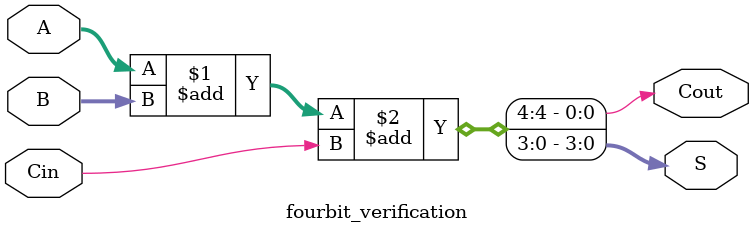
<source format=v>
`timescale 1ns / 1ps


module fourbit_verification(Cout, S, A, B, Cin);

input [3:0] A, B;
input Cin;
output Cout;
output [3:0] S;

assign {Cout, S} = A + B + Cin;
endmodule

</source>
